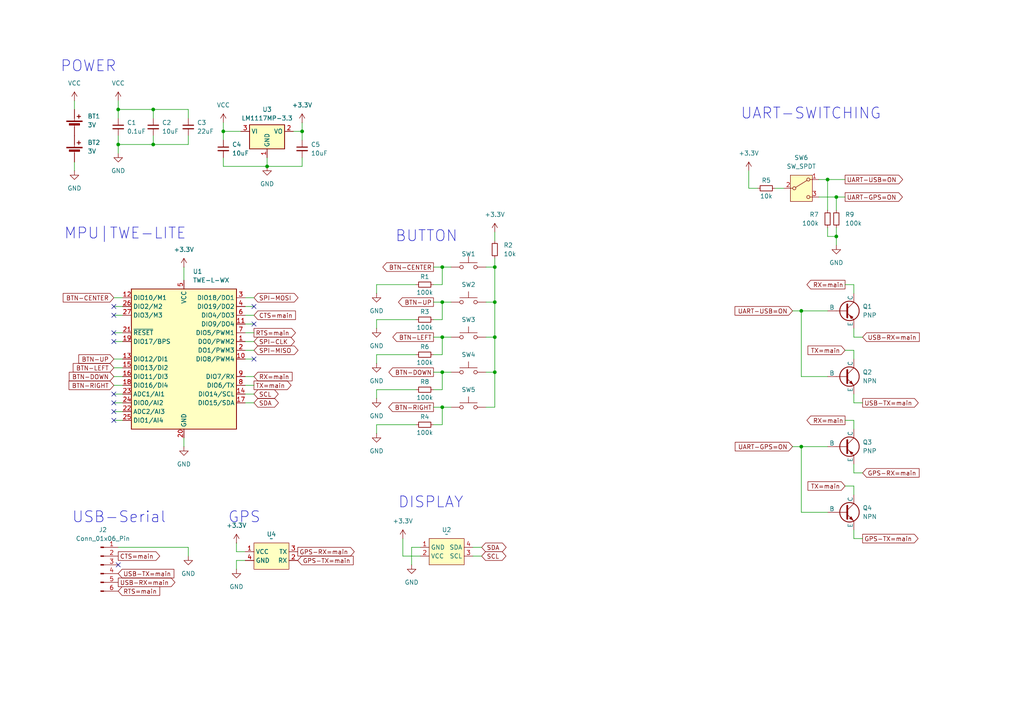
<source format=kicad_sch>
(kicad_sch (version 20231120) (generator "eeschema") (generator_version "8.0")
  (paper "A4")
  (lib_symbols
    (symbol "CanSat:Display-I2C"
      (property "Reference" "U" (at 0 1.27 0))
      (symbol "Display-I2C_1_1"
        (rectangle (start -5.08 0) (end 5.08 -7.62) (fill (type background)))
        (pin passive line (at -7.62 -2.54 0) (length 2.54) (name "GND") (number "1"))
        (pin passive line (at -7.62 -5.08 0) (length 2.54) (name "VCC") (number "2"))
        (pin passive line (at 7.62 -5.08 180) (length 2.54) (name "SCL") (number "3"))
        (pin passive line (at 7.62 -2.54 180) (length 2.54) (name "SDA") (number "4"))
      )
    )
    (symbol "CanSat:GY-NEO6MV2"
      (property "Reference" "U" (at 0 2.032 0))
      (symbol "GY-NEO6MV2_1_1"
        (rectangle (start -5.08 0) (end 5.08 -7.62) (fill (type background)))
        (pin passive line (at -7.62 -2.54 0) (length 2.54) (name "VCC") (number "1"))
        (pin passive line (at 7.62 -5.08 180) (length 2.54) (name "RX") (number "2"))
        (pin passive line (at 7.62 -2.54 180) (length 2.54) (name "TX") (number "3"))
        (pin passive line (at -7.62 -5.08 0) (length 2.54) (name "GND") (number "4"))
      )
    )
    (symbol "Connector:Conn_01x06_Pin" (pin_names (offset 1.016) hide)
      (property "Reference" "J" (at 0 7.62 0))
      (property "Value" "Conn_01x06_Pin" (at 0 -10.16 0))
      (symbol "Conn_01x06_Pin_1_1"
        (polyline (pts (xy 1.27 -7.62) (xy 0.8636 -7.62)) (stroke (width 0.1524)))
        (polyline (pts (xy 1.27 -5.08) (xy 0.8636 -5.08)) (stroke (width 0.1524)))
        (polyline (pts (xy 1.27 -2.54) (xy 0.8636 -2.54)) (stroke (width 0.1524)))
        (polyline (pts (xy 1.27 0) (xy 0.8636 0)) (stroke (width 0.1524)))
        (polyline (pts (xy 1.27 2.54) (xy 0.8636 2.54)) (stroke (width 0.1524)))
        (polyline (pts (xy 1.27 5.08) (xy 0.8636 5.08)) (stroke (width 0.1524)))
        (rectangle (start 0.8636 -7.493) (end 0 -7.747) (stroke (width 0.1524)) (fill (type outline)))
        (rectangle (start 0.8636 -4.953) (end 0 -5.207) (stroke (width 0.1524)) (fill (type outline)))
        (rectangle (start 0.8636 -2.413) (end 0 -2.667) (stroke (width 0.1524)) (fill (type outline)))
        (rectangle (start 0.8636 0.127) (end 0 -0.127) (stroke (width 0.1524)) (fill (type outline)))
        (rectangle (start 0.8636 2.667) (end 0 2.413) (stroke (width 0.1524)) (fill (type outline)))
        (rectangle (start 0.8636 5.207) (end 0 4.953) (stroke (width 0.1524)) (fill (type outline)))
        (pin passive line (at 5.08 5.08 180) (length 3.81) (name "Pin_1") (number "1"))
        (pin passive line (at 5.08 2.54 180) (length 3.81) (name "Pin_2") (number "2"))
        (pin passive line (at 5.08 0 180) (length 3.81) (name "Pin_3") (number "3"))
        (pin passive line (at 5.08 -2.54 180) (length 3.81) (name "Pin_4") (number "4"))
        (pin passive line (at 5.08 -5.08 180) (length 3.81) (name "Pin_5") (number "5"))
        (pin passive line (at 5.08 -7.62 180) (length 3.81) (name "Pin_6") (number "6"))
      )
    )
    (symbol "Device:Battery_Cell" (pin_numbers hide) (pin_names (offset 0) hide)
      (property "Reference" "BT" (at 2.54 2.54 0))
      (property "Value" "Battery_Cell" (at 2.54 0 0))
      (symbol "Battery_Cell_0_1"
        (rectangle (start -2.286 1.778) (end 2.286 1.524) (fill (type outline)))
        (rectangle (start -1.524 1.016) (end 1.524 0.508) (fill (type outline)))
        (polyline (pts (xy 0 0.762) (xy 0 0)))
        (polyline (pts (xy 0 1.778) (xy 0 2.54)))
        (polyline (pts (xy 0.762 3.048) (xy 1.778 3.048)) (stroke (width 0.254)))
        (polyline (pts (xy 1.27 3.556) (xy 1.27 2.54)) (stroke (width 0.254)))
      )
      (symbol "Battery_Cell_1_1"
        (pin passive line (at 0 5.08 270) (length 2.54) (name "+") (number "1"))
        (pin passive line (at 0 -2.54 90) (length 2.54) (name "-") (number "2"))
      )
    )
    (symbol "Device:C_Small" (pin_numbers hide) (pin_names (offset 0.254) hide)
      (property "Reference" "C" (at 0.254 1.778 0))
      (property "Value" "C_Small" (at 0.254 -2.032 0))
      (symbol "C_Small_0_1"
        (polyline (pts (xy -1.524 -0.508) (xy 1.524 -0.508)) (stroke (width 0.3302)))
        (polyline (pts (xy -1.524 0.508) (xy 1.524 0.508)) (stroke (width 0.3048)))
      )
      (symbol "C_Small_1_1"
        (pin passive line (at 0 2.54 270) (length 2.032) (name "~") (number "1"))
        (pin passive line (at 0 -2.54 90) (length 2.032) (name "~") (number "2"))
      )
    )
    (symbol "Device:R_Small" (pin_numbers hide) (pin_names (offset 0.254) hide)
      (property "Reference" "R" (at 0.762 0.508 0))
      (property "Value" "R_Small" (at 0.762 -1.016 0))
      (symbol "R_Small_0_1"
        (rectangle (start -0.762 1.778) (end 0.762 -1.778) (stroke (width 0.2032)))
      )
      (symbol "R_Small_1_1"
        (pin passive line (at 0 2.54 270) (length 0.762) (name "~") (number "1"))
        (pin passive line (at 0 -2.54 90) (length 0.762) (name "~") (number "2"))
      )
    )
    (symbol "RF_ZigBee:TWE-L-WX"
      (property "Reference" "U" (at -11.43 21.59 0))
      (property "Value" "TWE-L-WX" (at 7.62 21.59 0))
      (symbol "TWE-L-WX_1_0"
        (rectangle (start -15.24 -20.32) (end 15.24 20.32) (stroke (width 0.254)) (fill (type background)))
      )
      (symbol "TWE-L-WX_1_1"
        (pin output line (at 17.78 5.08 180) (length 2.54) (name "DO0/PWM2") (number "1"))
        (pin bidirectional line (at 17.78 0 180) (length 2.54) (name "DIO8/PWM4") (number "10"))
        (pin bidirectional line (at 17.78 10.16 180) (length 2.54) (name "DIO9/DO4") (number "11"))
        (pin bidirectional line (at -17.78 17.78 0) (length 2.54) (name "DIO10/M1") (number "12"))
        (pin bidirectional line (at -17.78 0 0) (length 2.54) (name "DIO12/DI1") (number "13"))
        (pin bidirectional line (at 17.78 -10.16 180) (length 2.54) (name "DIO14/SCL") (number "14"))
        (pin bidirectional line (at -17.78 -2.54 0) (length 2.54) (name "DIO13/DI2") (number "15"))
        (pin bidirectional line (at -17.78 -5.08 0) (length 2.54) (name "DIO11/DI3") (number "16"))
        (pin bidirectional line (at 17.78 -12.7 180) (length 2.54) (name "DIO15/SDA") (number "17"))
        (pin bidirectional line (at -17.78 -7.62 0) (length 2.54) (name "DIO16/DI4") (number "18"))
        (pin bidirectional line (at -17.78 5.08 0) (length 2.54) (name "DIO17/BPS") (number "19"))
        (pin bidirectional line (at 17.78 2.54 180) (length 2.54) (name "DO1/PWM3") (number "2"))
        (pin power_in line (at 0 -22.86 90) (length 2.54) (name "GND") (number "20"))
        (pin input line (at -17.78 7.62 0) (length 2.54) (name "~{RESET}") (number "21"))
        (pin input line (at -17.78 -15.24 0) (length 2.54) (name "ADC2/AI3") (number "22"))
        (pin input line (at -17.78 -10.16 0) (length 2.54) (name "ADC1/AI1") (number "23"))
        (pin bidirectional line (at -17.78 -12.7 0) (length 2.54) (name "DIO0/AI2") (number "24"))
        (pin bidirectional line (at -17.78 -17.78 0) (length 2.54) (name "DIO1/AI4") (number "25"))
        (pin bidirectional line (at -17.78 15.24 0) (length 2.54) (name "DIO2/M2") (number "26"))
        (pin bidirectional line (at -17.78 12.7 0) (length 2.54) (name "DIO3/M3") (number "27"))
        (pin passive line (at 0 -22.86 90) (length 2.54) hide (name "GND") (number "28"))
        (pin no_connect line (at 15.24 -17.78 180) (length 2.54) hide (name "NC") (number "29"))
        (pin bidirectional line (at 17.78 17.78 180) (length 2.54) (name "DIO18/DO1") (number "3"))
        (pin passive line (at 0 -22.86 90) (length 2.54) hide (name "GND") (number "30"))
        (pin passive line (at 0 -22.86 90) (length 2.54) hide (name "GND") (number "31"))
        (pin passive line (at 0 -22.86 90) (length 2.54) hide (name "GND") (number "32"))
        (pin bidirectional line (at 17.78 15.24 180) (length 2.54) (name "DIO19/DO2") (number "4"))
        (pin power_in line (at 0 22.86 270) (length 2.54) (name "VCC") (number "5"))
        (pin bidirectional line (at 17.78 12.7 180) (length 2.54) (name "DIO4/DO3") (number "6"))
        (pin bidirectional line (at 17.78 7.62 180) (length 2.54) (name "DIO5/PWM1") (number "7"))
        (pin bidirectional line (at 17.78 -7.62 180) (length 2.54) (name "DIO6/TX") (number "8"))
        (pin bidirectional line (at 17.78 -5.08 180) (length 2.54) (name "DIO7/RX") (number "9"))
      )
    )
    (symbol "Regulator_Linear:LM1117MP-3.3"
      (property "Reference" "U" (at -3.81 3.175 0))
      (property "Value" "LM1117MP-3.3" (at 0 3.175 0))
      (symbol "LM1117MP-3.3_0_1"
        (rectangle (start -5.08 -5.08) (end 5.08 1.905) (stroke (width 0.254)) (fill (type background)))
      )
      (symbol "LM1117MP-3.3_1_1"
        (pin power_in line (at 0 -7.62 90) (length 2.54) (name "GND") (number "1"))
        (pin power_out line (at 7.62 0 180) (length 2.54) (name "VO") (number "2"))
        (pin power_in line (at -7.62 0 0) (length 2.54) (name "VI") (number "3"))
      )
    )
    (symbol "Simulation_SPICE:NPN" (pin_numbers hide) (pin_names (offset 0))
      (property "Reference" "Q" (at -2.54 7.62 0))
      (property "Value" "NPN" (at -2.54 5.08 0))
      (symbol "NPN_0_1"
        (polyline (pts (xy -2.54 0) (xy 0.635 0)) (stroke (width 0.1524)))
        (polyline (pts (xy 0.635 0.635) (xy 2.54 2.54)))
        (polyline (pts (xy 2.794 -1.27) (xy 2.794 -1.27)) (stroke (width 0.1524)))
        (polyline (pts (xy 2.794 -1.27) (xy 2.794 -1.27)) (stroke (width 0.1524)))
        (polyline (pts (xy 0.635 -0.635) (xy 2.54 -2.54) (xy 2.54 -2.54)))
        (polyline (pts (xy 0.635 1.905) (xy 0.635 -1.905) (xy 0.635 -1.905)) (stroke (width 0.508)))
        (polyline (pts (xy 1.27 -1.778) (xy 1.778 -1.27) (xy 2.286 -2.286) (xy 1.27 -1.778) (xy 1.27 -1.778)) (fill (type outline)))
        (circle (center 1.27 0) (radius 2.8194) (stroke (width 0.254)))
      )
      (symbol "NPN_1_1"
        (pin open_collector line (at 2.54 5.08 270) (length 2.54) (name "C") (number "1"))
        (pin input line (at -5.08 0 0) (length 2.54) (name "B") (number "2"))
        (pin open_emitter line (at 2.54 -5.08 90) (length 2.54) (name "E") (number "3"))
      )
    )
    (symbol "Simulation_SPICE:PNP" (pin_numbers hide) (pin_names (offset 0))
      (property "Reference" "Q" (at -2.54 7.62 0))
      (property "Value" "PNP" (at -2.54 5.08 0))
      (symbol "PNP_0_1"
        (polyline (pts (xy -2.54 0) (xy 0.635 0)) (stroke (width 0.1524)))
        (polyline (pts (xy 0.635 0.635) (xy 2.54 2.54)))
        (polyline (pts (xy 0.635 -0.635) (xy 2.54 -2.54) (xy 2.54 -2.54)))
        (polyline (pts (xy 0.635 1.905) (xy 0.635 -1.905) (xy 0.635 -1.905)) (stroke (width 0.508)))
        (polyline (pts (xy 2.286 -1.778) (xy 1.778 -2.286) (xy 1.27 -1.27) (xy 2.286 -1.778) (xy 2.286 -1.778)) (fill (type outline)))
        (circle (center 1.27 0) (radius 2.8194) (stroke (width 0.254)))
      )
      (symbol "PNP_1_1"
        (pin open_collector line (at 2.54 5.08 270) (length 2.54) (name "C") (number "1"))
        (pin input line (at -5.08 0 0) (length 2.54) (name "B") (number "2"))
        (pin open_emitter line (at 2.54 -5.08 90) (length 2.54) (name "E") (number "3"))
      )
    )
    (symbol "Switch:SW_Push" (pin_numbers hide) (pin_names (offset 1.016) hide)
      (property "Reference" "SW" (at 1.27 2.54 0))
      (property "Value" "SW_Push" (at 0 -1.524 0))
      (symbol "SW_Push_0_1"
        (circle (center -2.032 0) (radius 0.508))
        (polyline (pts (xy 0 1.27) (xy 0 3.048)))
        (polyline (pts (xy 2.54 1.27) (xy -2.54 1.27)))
        (circle (center 2.032 0) (radius 0.508))
        (pin passive line (at -5.08 0 0) (length 2.54) (name "1") (number "1"))
        (pin passive line (at 5.08 0 180) (length 2.54) (name "2") (number "2"))
      )
    )
    (symbol "Switch:SW_SPDT" (pin_names (offset 0) hide)
      (property "Reference" "SW" (at 0 5.08 0))
      (property "Value" "SW_SPDT" (at 0 -5.08 0))
      (symbol "SW_SPDT_0_1"
        (circle (center -2.032 0) (radius 0.4572))
        (polyline (pts (xy -1.651 0.254) (xy 1.651 2.286)))
        (circle (center 2.032 -2.54) (radius 0.4572))
        (circle (center 2.032 2.54) (radius 0.4572))
      )
      (symbol "SW_SPDT_1_1"
        (rectangle (start -3.175 3.81) (end 3.175 -3.81) (fill (type background)))
        (pin passive line (at 5.08 2.54 180) (length 2.54) (name "A") (number "1"))
        (pin passive line (at -5.08 0 0) (length 2.54) (name "B") (number "2"))
        (pin passive line (at 5.08 -2.54 180) (length 2.54) (name "C") (number "3"))
      )
    )
    (symbol "power:+3.3V" (power) (pin_numbers hide) (pin_names (offset 0) hide)
      (property "Value" "+3.3V" (at 0 3.556 0))
      (symbol "+3.3V_0_1"
        (polyline (pts (xy -0.762 1.27) (xy 0 2.54)))
        (polyline (pts (xy 0 0) (xy 0 2.54)))
        (polyline (pts (xy 0 2.54) (xy 0.762 1.27)))
      )
      (symbol "+3.3V_1_1"
        (pin power_in line (at 0 0 90) (length 0) (name "~") (number "1"))
      )
    )
    (symbol "power:GND" (power) (pin_numbers hide) (pin_names (offset 0) hide)
      (property "Value" "GND" (at 0 -3.81 0))
      (symbol "GND_0_1"
        (polyline (pts (xy 0 0) (xy 0 -1.27) (xy 1.27 -1.27) (xy 0 -2.54) (xy -1.27 -1.27) (xy 0 -1.27)))
      )
      (symbol "GND_1_1"
        (pin power_in line (at 0 0 270) (length 0) (name "~") (number "1"))
      )
    )
    (symbol "power:VCC" (power) (pin_numbers hide) (pin_names (offset 0) hide)
      (property "Value" "VCC" (at 0 3.556 0))
      (symbol "VCC_0_1"
        (polyline (pts (xy -0.762 1.27) (xy 0 2.54)))
        (polyline (pts (xy 0 0) (xy 0 2.54)))
        (polyline (pts (xy 0 2.54) (xy 0.762 1.27)))
      )
      (symbol "VCC_1_1"
        (pin power_in line (at 0 0 90) (length 0) (name "~") (number "1"))
      )
    )
  )
  (junction (at 34.29 31.75))
  (junction (at 232.41 129.54))
  (junction (at 128.27 107.95))
  (junction (at 143.51 87.63))
  (junction (at 232.41 90.17))
  (junction (at 240.03 52.07))
  (junction (at 143.51 107.95))
  (junction (at 128.27 97.79))
  (junction (at 34.29 41.91))
  (junction (at 87.63 38.1))
  (junction (at 242.57 68.58))
  (junction (at 128.27 77.47))
  (junction (at 242.57 57.15))
  (junction (at 143.51 97.79))
  (junction (at 44.45 41.91))
  (junction (at 64.77 38.1))
  (junction (at 77.47 48.26))
  (junction (at 143.51 77.47))
  (junction (at 44.45 31.75))
  (junction (at 128.27 87.63))
  (junction (at 128.27 118.11))
  (no_connect (at 73.66 93.98))
  (no_connect (at 33.02 88.9))
  (no_connect (at 34.29 163.83))
  (no_connect (at 33.02 96.52))
  (no_connect (at 33.02 119.38))
  (no_connect (at 33.02 114.3))
  (no_connect (at 33.02 91.44))
  (no_connect (at 33.02 121.92))
  (no_connect (at 33.02 116.84))
  (no_connect (at 73.66 104.14))
  (no_connect (at 73.66 88.9))
  (no_connect (at 33.02 99.06))
  (wire (pts (xy 140.97 107.95) (xy 143.51 107.95)))
  (wire (pts (xy 54.61 39.37) (xy 54.61 41.91)))
  (wire (pts (xy 137.16 161.29) (xy 139.7 161.29)))
  (wire (pts (xy 125.73 87.63) (xy 128.27 87.63)))
  (wire (pts (xy 232.41 109.22) (xy 232.41 90.17)))
  (wire (pts (xy 125.73 77.47) (xy 128.27 77.47)))
  (wire (pts (xy 247.65 101.6) (xy 247.65 104.14)))
  (wire (pts (xy 21.59 46.99) (xy 21.59 49.53)))
  (wire (pts (xy 125.73 118.11) (xy 128.27 118.11)))
  (wire (pts (xy 247.65 82.55) (xy 247.65 85.09)))
  (wire (pts (xy 121.92 158.75) (xy 119.38 158.75)))
  (wire (pts (xy 71.12 109.22) (xy 73.66 109.22)))
  (wire (pts (xy 224.79 54.61) (xy 227.33 54.61)))
  (wire (pts (xy 242.57 68.58) (xy 242.57 71.12)))
  (wire (pts (xy 128.27 87.63) (xy 130.81 87.63)))
  (wire (pts (xy 128.27 118.11) (xy 128.27 123.19)))
  (wire (pts (xy 247.65 137.16) (xy 250.19 137.16)))
  (wire (pts (xy 143.51 87.63) (xy 143.51 97.79)))
  (wire (pts (xy 34.29 31.75) (xy 44.45 31.75)))
  (wire (pts (xy 71.12 162.56) (xy 68.58 162.56)))
  (wire (pts (xy 247.65 95.25) (xy 247.65 97.79)))
  (wire (pts (xy 143.51 107.95) (xy 143.51 118.11)))
  (wire (pts (xy 125.73 123.19) (xy 128.27 123.19)))
  (wire (pts (xy 109.22 102.87) (xy 120.65 102.87)))
  (wire (pts (xy 34.29 31.75) (xy 34.29 34.29)))
  (wire (pts (xy 245.11 82.55) (xy 247.65 82.55)))
  (wire (pts (xy 109.22 113.03) (xy 120.65 113.03)))
  (wire (pts (xy 71.12 101.6) (xy 73.66 101.6)))
  (wire (pts (xy 33.02 119.38) (xy 35.56 119.38)))
  (wire (pts (xy 217.17 54.61) (xy 219.71 54.61)))
  (wire (pts (xy 140.97 97.79) (xy 143.51 97.79)))
  (wire (pts (xy 143.51 74.93) (xy 143.51 77.47)))
  (wire (pts (xy 217.17 49.53) (xy 217.17 54.61)))
  (wire (pts (xy 128.27 87.63) (xy 128.27 92.71)))
  (wire (pts (xy 232.41 129.54) (xy 240.03 129.54)))
  (wire (pts (xy 109.22 85.09) (xy 109.22 82.55)))
  (wire (pts (xy 229.87 129.54) (xy 232.41 129.54)))
  (wire (pts (xy 247.65 97.79) (xy 250.19 97.79)))
  (wire (pts (xy 237.49 52.07) (xy 240.03 52.07)))
  (wire (pts (xy 33.02 114.3) (xy 35.56 114.3)))
  (wire (pts (xy 143.51 97.79) (xy 143.51 107.95)))
  (wire (pts (xy 68.58 157.48) (xy 68.58 160.02)))
  (wire (pts (xy 73.66 93.98) (xy 71.12 93.98)))
  (wire (pts (xy 34.29 158.75) (xy 54.61 158.75)))
  (wire (pts (xy 35.56 91.44) (xy 33.02 91.44)))
  (wire (pts (xy 240.03 52.07) (xy 240.03 60.96)))
  (wire (pts (xy 125.73 107.95) (xy 128.27 107.95)))
  (wire (pts (xy 109.22 95.25) (xy 109.22 92.71)))
  (wire (pts (xy 64.77 38.1) (xy 64.77 40.64)))
  (wire (pts (xy 242.57 57.15) (xy 242.57 60.96)))
  (wire (pts (xy 242.57 68.58) (xy 242.57 66.04)))
  (wire (pts (xy 33.02 111.76) (xy 35.56 111.76)))
  (wire (pts (xy 119.38 158.75) (xy 119.38 163.83)))
  (wire (pts (xy 73.66 88.9) (xy 71.12 88.9)))
  (wire (pts (xy 33.02 99.06) (xy 35.56 99.06)))
  (wire (pts (xy 128.27 118.11) (xy 130.81 118.11)))
  (wire (pts (xy 245.11 101.6) (xy 247.65 101.6)))
  (wire (pts (xy 137.16 158.75) (xy 139.7 158.75)))
  (wire (pts (xy 54.61 158.75) (xy 54.61 161.29)))
  (wire (pts (xy 33.02 104.14) (xy 35.56 104.14)))
  (wire (pts (xy 77.47 48.26) (xy 87.63 48.26)))
  (wire (pts (xy 71.12 96.52) (xy 73.66 96.52)))
  (wire (pts (xy 240.03 52.07) (xy 245.11 52.07)))
  (wire (pts (xy 44.45 31.75) (xy 44.45 34.29)))
  (wire (pts (xy 247.65 121.92) (xy 247.65 124.46)))
  (wire (pts (xy 247.65 116.84) (xy 250.19 116.84)))
  (wire (pts (xy 35.56 109.22) (xy 33.02 109.22)))
  (wire (pts (xy 71.12 91.44) (xy 73.66 91.44)))
  (wire (pts (xy 71.12 111.76) (xy 73.66 111.76)))
  (wire (pts (xy 85.09 38.1) (xy 87.63 38.1)))
  (wire (pts (xy 34.29 41.91) (xy 34.29 44.45)))
  (wire (pts (xy 125.73 92.71) (xy 128.27 92.71)))
  (wire (pts (xy 229.87 90.17) (xy 232.41 90.17)))
  (wire (pts (xy 140.97 77.47) (xy 143.51 77.47)))
  (wire (pts (xy 33.02 106.68) (xy 35.56 106.68)))
  (wire (pts (xy 64.77 45.72) (xy 64.77 48.26)))
  (wire (pts (xy 77.47 45.72) (xy 77.47 48.26)))
  (wire (pts (xy 33.02 96.52) (xy 35.56 96.52)))
  (wire (pts (xy 71.12 86.36) (xy 73.66 86.36)))
  (wire (pts (xy 247.65 153.67) (xy 247.65 156.21)))
  (wire (pts (xy 242.57 57.15) (xy 245.11 57.15)))
  (wire (pts (xy 125.73 102.87) (xy 128.27 102.87)))
  (wire (pts (xy 240.03 68.58) (xy 242.57 68.58)))
  (wire (pts (xy 237.49 57.15) (xy 242.57 57.15)))
  (wire (pts (xy 128.27 107.95) (xy 128.27 113.03)))
  (wire (pts (xy 232.41 148.59) (xy 240.03 148.59)))
  (wire (pts (xy 128.27 77.47) (xy 128.27 82.55)))
  (wire (pts (xy 64.77 48.26) (xy 77.47 48.26)))
  (wire (pts (xy 128.27 97.79) (xy 130.81 97.79)))
  (wire (pts (xy 125.73 113.03) (xy 128.27 113.03)))
  (wire (pts (xy 71.12 160.02) (xy 68.58 160.02)))
  (wire (pts (xy 33.02 88.9) (xy 35.56 88.9)))
  (wire (pts (xy 245.11 121.92) (xy 247.65 121.92)))
  (wire (pts (xy 125.73 97.79) (xy 128.27 97.79)))
  (wire (pts (xy 71.12 104.14) (xy 73.66 104.14)))
  (wire (pts (xy 44.45 41.91) (xy 34.29 41.91)))
  (wire (pts (xy 128.27 107.95) (xy 130.81 107.95)))
  (wire (pts (xy 71.12 116.84) (xy 73.66 116.84)))
  (wire (pts (xy 125.73 82.55) (xy 128.27 82.55)))
  (wire (pts (xy 247.65 140.97) (xy 247.65 143.51)))
  (wire (pts (xy 35.56 116.84) (xy 33.02 116.84)))
  (wire (pts (xy 140.97 87.63) (xy 143.51 87.63)))
  (wire (pts (xy 68.58 162.56) (xy 68.58 165.1)))
  (wire (pts (xy 87.63 38.1) (xy 87.63 40.64)))
  (wire (pts (xy 87.63 45.72) (xy 87.63 48.26)))
  (wire (pts (xy 143.51 77.47) (xy 143.51 87.63)))
  (wire (pts (xy 247.65 114.3) (xy 247.65 116.84)))
  (wire (pts (xy 109.22 82.55) (xy 120.65 82.55)))
  (wire (pts (xy 87.63 35.56) (xy 87.63 38.1)))
  (wire (pts (xy 34.29 31.75) (xy 34.29 29.21)))
  (wire (pts (xy 116.84 161.29) (xy 121.92 161.29)))
  (wire (pts (xy 116.84 156.21) (xy 116.84 161.29)))
  (wire (pts (xy 232.41 148.59) (xy 232.41 129.54)))
  (wire (pts (xy 35.56 121.92) (xy 33.02 121.92)))
  (wire (pts (xy 21.59 29.21) (xy 21.59 31.75)))
  (wire (pts (xy 53.34 127) (xy 53.34 129.54)))
  (wire (pts (xy 232.41 109.22) (xy 240.03 109.22)))
  (wire (pts (xy 245.11 140.97) (xy 247.65 140.97)))
  (wire (pts (xy 109.22 105.41) (xy 109.22 102.87)))
  (wire (pts (xy 54.61 34.29) (xy 54.61 31.75)))
  (wire (pts (xy 71.12 99.06) (xy 73.66 99.06)))
  (wire (pts (xy 109.22 92.71) (xy 120.65 92.71)))
  (wire (pts (xy 143.51 67.31) (xy 143.51 69.85)))
  (wire (pts (xy 33.02 86.36) (xy 35.56 86.36)))
  (wire (pts (xy 240.03 66.04) (xy 240.03 68.58)))
  (wire (pts (xy 109.22 123.19) (xy 120.65 123.19)))
  (wire (pts (xy 64.77 38.1) (xy 69.85 38.1)))
  (wire (pts (xy 44.45 39.37) (xy 44.45 41.91)))
  (wire (pts (xy 34.29 39.37) (xy 34.29 41.91)))
  (wire (pts (xy 44.45 31.75) (xy 54.61 31.75)))
  (wire (pts (xy 128.27 77.47) (xy 130.81 77.47)))
  (wire (pts (xy 128.27 97.79) (xy 128.27 102.87)))
  (wire (pts (xy 64.77 35.56) (xy 64.77 38.1)))
  (wire (pts (xy 53.34 77.47) (xy 53.34 81.28)))
  (wire (pts (xy 140.97 118.11) (xy 143.51 118.11)))
  (wire (pts (xy 232.41 90.17) (xy 240.03 90.17)))
  (wire (pts (xy 109.22 125.73) (xy 109.22 123.19)))
  (wire (pts (xy 71.12 114.3) (xy 73.66 114.3)))
  (wire (pts (xy 247.65 156.21) (xy 250.19 156.21)))
  (wire (pts (xy 54.61 41.91) (xy 44.45 41.91)))
  (wire (pts (xy 247.65 134.62) (xy 247.65 137.16)))
  (wire (pts (xy 109.22 115.57) (xy 109.22 113.03)))
  (text "DISPLAY" (at 124.968 145.796 0) (effects (font (size 3.175 3.175))))
  (text "MPU|TWE-LITE" (at 36.322 67.818 0) (effects (font (size 3.175 3.175))))
  (text "USB-Serial" (at 34.544 150.114 0) (effects (font (size 3.175 3.175))))
  (text "BUTTON" (at 123.698 68.58 0) (effects (font (size 3.175 3.175))))
  (text "POWER" (at 25.654 19.304 0) (effects (font (size 3.175 3.175))))
  (text "UART-SWITCHING" (at 235.204 33.02 0) (effects (font (size 3.175 3.175))))
  (text "GPS" (at 70.866 150.114 0) (effects (font (size 3.175 3.175))))
  (global_label "GPS-RX=main" (shape output) (at 86.36 160.02 0) (property "Intersheetrefs" "${INTERSHEET_REFS}" (effects (hide yes))))
  (global_label "UART-USB=ON" (shape output) (at 245.11 52.07 0) (property "Intersheetrefs" "${INTERSHEET_REFS}" (effects (hide yes))))
  (global_label "RX=main" (shape output) (at 245.11 121.92 180) (property "Intersheetrefs" "${INTERSHEET_REFS}" (effects (hide yes))))
  (global_label "BTN-CENTER" (shape input) (at 33.02 86.36 180) (property "Intersheetrefs" "${INTERSHEET_REFS}" (effects (hide yes))))
  (global_label "BTN-UP" (shape output) (at 125.73 87.63 180) (property "Intersheetrefs" "${INTERSHEET_REFS}" (effects (hide yes))))
  (global_label "SDA" (shape bidirectional) (at 139.7 158.75 0) (property "Intersheetrefs" "${INTERSHEET_REFS}" (effects (hide yes))))
  (global_label "BTN-RIGHT" (shape output) (at 125.73 118.11 180) (property "Intersheetrefs" "${INTERSHEET_REFS}" (effects (hide yes))))
  (global_label "RX=main" (shape input) (at 73.66 109.22 0) (property "Intersheetrefs" "${INTERSHEET_REFS}" (effects (hide yes))))
  (global_label "UART-GPS=ON" (shape input) (at 229.87 129.54 180) (property "Intersheetrefs" "${INTERSHEET_REFS}" (effects (hide yes))))
  (global_label "BTN-LEFT" (shape output) (at 125.73 97.79 180) (property "Intersheetrefs" "${INTERSHEET_REFS}" (effects (hide yes))))
  (global_label "CTS=main" (shape output) (at 34.29 161.29 0) (property "Intersheetrefs" "${INTERSHEET_REFS}" (effects (hide yes))))
  (global_label "USB-TX=main" (shape output) (at 250.19 116.84 0) (property "Intersheetrefs" "${INTERSHEET_REFS}" (effects (hide yes))))
  (global_label "BTN-LEFT" (shape input) (at 33.02 106.68 180) (property "Intersheetrefs" "${INTERSHEET_REFS}" (effects (hide yes))))
  (global_label "USB-TX=main" (shape input) (at 34.29 166.37 0) (property "Intersheetrefs" "${INTERSHEET_REFS}" (effects (hide yes))))
  (global_label "UART-USB=ON" (shape input) (at 229.87 90.17 180) (property "Intersheetrefs" "${INTERSHEET_REFS}" (effects (hide yes))))
  (global_label "SPI-MISO" (shape bidirectional) (at 73.66 101.6 0) (property "Intersheetrefs" "${INTERSHEET_REFS}" (effects (hide yes))))
  (global_label "SPI-MOSI" (shape bidirectional) (at 73.66 86.36 0) (property "Intersheetrefs" "${INTERSHEET_REFS}" (effects (hide yes))))
  (global_label "SPI-CLK" (shape bidirectional) (at 73.66 99.06 0) (property "Intersheetrefs" "${INTERSHEET_REFS}" (effects (hide yes))))
  (global_label "CTS=main" (shape input) (at 73.66 91.44 0) (property "Intersheetrefs" "${INTERSHEET_REFS}" (effects (hide yes))))
  (global_label "GPS-RX=main" (shape input) (at 250.19 137.16 0) (property "Intersheetrefs" "${INTERSHEET_REFS}" (effects (hide yes))))
  (global_label "RX=main" (shape output) (at 245.11 82.55 180) (property "Intersheetrefs" "${INTERSHEET_REFS}" (effects (hide yes))))
  (global_label "BTN-RIGHT" (shape input) (at 33.02 111.76 180) (property "Intersheetrefs" "${INTERSHEET_REFS}" (effects (hide yes))))
  (global_label "SDA" (shape bidirectional) (at 73.66 116.84 0) (property "Intersheetrefs" "${INTERSHEET_REFS}" (effects (hide yes))))
  (global_label "USB-RX=main" (shape output) (at 34.29 168.91 0) (property "Intersheetrefs" "${INTERSHEET_REFS}" (effects (hide yes))))
  (global_label "RTS=main" (shape output) (at 73.66 96.52 0) (property "Intersheetrefs" "${INTERSHEET_REFS}" (effects (hide yes))))
  (global_label "BTN-DOWN" (shape input) (at 33.02 109.22 180) (property "Intersheetrefs" "${INTERSHEET_REFS}" (effects (hide yes))))
  (global_label "BTN-CENTER" (shape output) (at 125.73 77.47 180) (property "Intersheetrefs" "${INTERSHEET_REFS}" (effects (hide yes))))
  (global_label "GPS-TX=main" (shape input) (at 86.36 162.56 0) (property "Intersheetrefs" "${INTERSHEET_REFS}" (effects (hide yes))))
  (global_label "BTN-UP" (shape input) (at 33.02 104.14 180) (property "Intersheetrefs" "${INTERSHEET_REFS}" (effects (hide yes))))
  (global_label "USB-RX=main" (shape input) (at 250.19 97.79 0) (property "Intersheetrefs" "${INTERSHEET_REFS}" (effects (hide yes))))
  (global_label "GPS-TX=main" (shape output) (at 250.19 156.21 0) (property "Intersheetrefs" "${INTERSHEET_REFS}" (effects (hide yes))))
  (global_label "TX=main" (shape output) (at 73.66 111.76 0) (property "Intersheetrefs" "${INTERSHEET_REFS}" (effects (hide yes))))
  (global_label "TX=main" (shape input) (at 245.11 101.6 180) (property "Intersheetrefs" "${INTERSHEET_REFS}" (effects (hide yes))))
  (global_label "SCL" (shape bidirectional) (at 73.66 114.3 0) (property "Intersheetrefs" "${INTERSHEET_REFS}" (effects (hide yes))))
  (global_label "RTS=main" (shape input) (at 34.29 171.45 0) (property "Intersheetrefs" "${INTERSHEET_REFS}" (effects (hide yes))))
  (global_label "BTN-DOWN" (shape output) (at 125.73 107.95 180) (property "Intersheetrefs" "${INTERSHEET_REFS}" (effects (hide yes))))
  (global_label "TX=main" (shape input) (at 245.11 140.97 180) (property "Intersheetrefs" "${INTERSHEET_REFS}" (effects (hide yes))))
  (global_label "UART-GPS=ON" (shape output) (at 245.11 57.15 0) (property "Intersheetrefs" "${INTERSHEET_REFS}" (effects (hide yes))))
  (global_label "SCL" (shape bidirectional) (at 139.7 161.29 0) (property "Intersheetrefs" "${INTERSHEET_REFS}" (effects (hide yes))))
  (symbol (lib_id "power:+3.3V") (at 116.84 156.21 0) (unit 1)
    (property "Reference" "#PWR08" (effects (hide yes)))
    (property "Value" "+3.3V" (at 116.84 151.13 0))
    (property "Description" "Power symbol creates a global label with name \"+3.3V\"" (effects (hide yes)))
  )
  (symbol (lib_id "Device:Battery_Cell") (at 21.59 44.45 0) (unit 1)
    (property "Reference" "BT2" (at 25.4 41.3385 0) (effects (justify left)))
    (property "Value" "3V" (at 25.4 43.8785 0) (effects (justify left)))
    (property "Description" "Single-cell battery" (effects (hide yes)))
  )
  (symbol (lib_id "Device:R_Small") (at 222.25 54.61 90) (unit 1)
    (property "Reference" "R5" (at 222.25 52.324 90))
    (property "Value" "10k" (at 222.25 56.896 90))
    (property "Description" "Resistor, small symbol" (effects (hide yes)))
  )
  (symbol (lib_id "power:GND") (at 68.58 165.1 0) (mirror y) (unit 1)
    (property "Reference" "#PWR020" (effects (hide yes)))
    (property "Value" "GND" (at 68.58 170.18 0))
    (property "Description" "Power symbol creates a global label with name \"GND\" , ground" (effects (hide yes)))
  )
  (symbol (lib_id "Simulation_SPICE:PNP") (at 245.11 90.17 0) (unit 1)
    (property "Reference" "Q1" (at 250.19 88.8999 0) (effects (justify left)))
    (property "Value" "PNP" (at 250.19 91.4399 0) (effects (justify left)))
    (property "Datasheet" "https://ngspice.sourceforge.io/docs/ngspice-html-manual/manual.xhtml#cha_BJTs" (effects (hide yes)))
    (property "Description" "Bipolar transistor symbol for simulation only, substrate tied to the emitter" (effects (hide yes)))
    (property "Sim.Device" "PNP" (effects (hide yes)))
    (property "Sim.Type" "GUMMELPOON" (effects (hide yes)))
    (property "Sim.Pins" "1=C 2=B 3=E" (effects (hide yes)))
  )
  (symbol (lib_id "power:+3.3V") (at 143.51 67.31 0) (unit 1)
    (property "Reference" "#PWR02" (effects (hide yes)))
    (property "Value" "+3.3V" (at 143.51 62.23 0))
    (property "Description" "Power symbol creates a global label with name \"+3.3V\"" (effects (hide yes)))
  )
  (symbol (lib_id "RF_ZigBee:TWE-L-WX") (at 53.34 104.14 0) (unit 1)
    (property "Reference" "U1" (at 55.9215 78.74 0) (effects (justify left)))
    (property "Value" "TWE-L-WX" (at 55.9215 81.28 0) (effects (justify left)))
    (property "Footprint" "RF_Module:MonoWireless_TWE-L-WX" (effects (hide yes)))
    (property "Datasheet" "https://www.mono-wireless.com/jp/products/TWE-LITE/MW-PDS-TWELITE-JP.pdf" (effects (hide yes)))
    (property "Description" "NXP JN5164/JN5169 breakout module, SMD" (effects (hide yes)))
  )
  (symbol (lib_id "Device:Battery_Cell") (at 21.59 36.83 0) (unit 1)
    (property "Reference" "BT1" (at 25.4 33.7185 0) (effects (justify left)))
    (property "Value" "3V" (at 25.4 36.2585 0) (effects (justify left)))
    (property "Description" "Single-cell battery" (effects (hide yes)))
  )
  (symbol (lib_id "CanSat:GY-NEO6MV2") (at 78.74 157.48 0) (unit 1)
    (property "Reference" "U4" (at 78.74 154.94 0))
    (property "Value" "~" (at 78.74 156.21 0))
  )
  (symbol (lib_id "Device:R_Small") (at 240.03 63.5 0) (mirror y) (unit 1)
    (property "Reference" "R7" (at 237.49 62.23 0) (effects (justify left)))
    (property "Value" "100k" (at 237.49 64.77 0) (effects (justify left)))
    (property "Description" "Resistor, small symbol" (effects (hide yes)))
  )
  (symbol (lib_id "power:GND") (at 109.22 125.73 0) (unit 1)
    (property "Reference" "#PWR012" (effects (hide yes)))
    (property "Value" "GND" (at 109.22 130.81 0))
    (property "Description" "Power symbol creates a global label with name \"GND\" , ground" (effects (hide yes)))
  )
  (symbol (lib_id "Device:R_Small") (at 123.19 113.03 90) (unit 1)
    (property "Reference" "R8" (at 123.19 110.744 90))
    (property "Value" "100k" (at 123.19 115.316 90))
    (property "Description" "Resistor, small symbol" (effects (hide yes)))
  )
  (symbol (lib_id "power:+3.3V") (at 87.63 35.56 0) (unit 1)
    (property "Reference" "#PWR018" (effects (hide yes)))
    (property "Value" "+3.3V" (at 87.63 30.48 0))
    (property "Description" "Power symbol creates a global label with name \"+3.3V\"" (effects (hide yes)))
  )
  (symbol (lib_id "Switch:SW_Push") (at 135.89 97.79 0) (unit 1)
    (property "Reference" "SW3" (at 135.89 92.71 0))
    (property "Value" "SW_Push" (effects (hide yes)))
    (property "Description" "Push button switch, generic, two pins" (effects (hide yes)))
  )
  (symbol (lib_id "power:+3.3V") (at 68.58 157.48 0) (unit 1)
    (property "Reference" "#PWR014" (effects (hide yes)))
    (property "Value" "+3.3V" (at 68.58 152.4 0))
    (property "Description" "Power symbol creates a global label with name \"+3.3V\"" (effects (hide yes)))
  )
  (symbol (lib_id "power:+3.3V") (at 217.17 49.53 0) (unit 1)
    (property "Reference" "#PWR021" (effects (hide yes)))
    (property "Value" "+3.3V" (at 217.17 44.45 0))
    (property "Description" "Power symbol creates a global label with name \"+3.3V\"" (effects (hide yes)))
  )
  (symbol (lib_id "Switch:SW_SPDT") (at 232.41 54.61 0) (unit 1)
    (property "Reference" "SW6" (at 232.41 45.72 0))
    (property "Value" "SW_SPDT" (at 232.41 48.26 0))
    (property "Description" "Switch, single pole double throw" (effects (hide yes)))
  )
  (symbol (lib_id "Switch:SW_Push") (at 135.89 118.11 0) (unit 1)
    (property "Reference" "SW5" (at 135.89 113.03 0))
    (property "Value" "SW_Push" (effects (hide yes)))
    (property "Description" "Push button switch, generic, two pins" (effects (hide yes)))
  )
  (symbol (lib_id "Simulation_SPICE:NPN") (at 245.11 148.59 0) (unit 1)
    (property "Reference" "Q4" (at 250.19 147.3199 0) (effects (justify left)))
    (property "Value" "NPN" (at 250.19 149.8599 0) (effects (justify left)))
    (property "Datasheet" "https://ngspice.sourceforge.io/docs/ngspice-html-manual/manual.xhtml#cha_BJTs" (effects (hide yes)))
    (property "Description" "Bipolar transistor symbol for simulation only, substrate tied to the emitter" (effects (hide yes)))
    (property "Sim.Device" "NPN" (effects (hide yes)))
    (property "Sim.Type" "GUMMELPOON" (effects (hide yes)))
    (property "Sim.Pins" "1=C 2=B 3=E" (effects (hide yes)))
  )
  (symbol (lib_id "power:VCC") (at 21.59 29.21 0) (unit 1)
    (property "Reference" "#PWR05" (effects (hide yes)))
    (property "Value" "VCC" (at 21.59 24.13 0))
    (property "Description" "Power symbol creates a global label with name \"VCC\"" (effects (hide yes)))
  )
  (symbol (lib_id "power:GND") (at 53.34 129.54 0) (unit 1)
    (property "Reference" "#PWR01" (effects (hide yes)))
    (property "Value" "GND" (at 53.34 134.62 0))
    (property "Description" "Power symbol creates a global label with name \"GND\" , ground" (effects (hide yes)))
  )
  (symbol (lib_id "CanSat:Display-I2C") (at 129.54 156.21 0) (unit 1)
    (property "Reference" "U2" (at 129.54 153.67 0))
    (property "Value" "~" (at 129.54 154.94 0))
  )
  (symbol (lib_id "Simulation_SPICE:NPN") (at 245.11 109.22 0) (unit 1)
    (property "Reference" "Q2" (at 250.19 107.9499 0) (effects (justify left)))
    (property "Value" "NPN" (at 250.19 110.4899 0) (effects (justify left)))
    (property "Datasheet" "https://ngspice.sourceforge.io/docs/ngspice-html-manual/manual.xhtml#cha_BJTs" (effects (hide yes)))
    (property "Description" "Bipolar transistor symbol for simulation only, substrate tied to the emitter" (effects (hide yes)))
    (property "Sim.Device" "NPN" (effects (hide yes)))
    (property "Sim.Type" "GUMMELPOON" (effects (hide yes)))
    (property "Sim.Pins" "1=C 2=B 3=E" (effects (hide yes)))
  )
  (symbol (lib_id "Connector:Conn_01x06_Pin") (at 29.21 163.83 0) (unit 1)
    (property "Reference" "J2" (at 29.845 153.67 0))
    (property "Value" "Conn_01x06_Pin" (at 29.845 156.21 0))
    (property "Description" "Generic connector, single row, 01x06, script generated" (effects (hide yes)))
  )
  (symbol (lib_id "power:GND") (at 109.22 115.57 0) (unit 1)
    (property "Reference" "#PWR011" (effects (hide yes)))
    (property "Value" "GND" (at 109.22 120.65 0))
    (property "Description" "Power symbol creates a global label with name \"GND\" , ground" (effects (hide yes)))
  )
  (symbol (lib_id "power:VCC") (at 34.29 29.21 0) (unit 1)
    (property "Reference" "#PWR03" (effects (hide yes)))
    (property "Value" "VCC" (at 34.29 24.13 0))
    (property "Description" "Power symbol creates a global label with name \"VCC\"" (effects (hide yes)))
  )
  (symbol (lib_id "Device:R_Small") (at 242.57 63.5 0) (unit 1)
    (property "Reference" "R9" (at 245.11 62.23 0) (effects (justify left)))
    (property "Value" "100k" (at 245.11 64.77 0) (effects (justify left)))
    (property "Description" "Resistor, small symbol" (effects (hide yes)))
  )
  (symbol (lib_id "Device:R_Small") (at 123.19 123.19 90) (unit 1)
    (property "Reference" "R4" (at 123.19 120.904 90))
    (property "Value" "100k" (at 123.19 125.476 90))
    (property "Description" "Resistor, small symbol" (effects (hide yes)))
  )
  (symbol (lib_id "power:GND") (at 109.22 85.09 0) (unit 1)
    (property "Reference" "#PWR07" (effects (hide yes)))
    (property "Value" "GND" (at 109.22 90.17 0))
    (property "Description" "Power symbol creates a global label with name \"GND\" , ground" (effects (hide yes)))
  )
  (symbol (lib_id "power:GND") (at 54.61 161.29 0) (mirror y) (unit 1)
    (property "Reference" "#PWR015" (effects (hide yes)))
    (property "Value" "GND" (at 54.61 166.37 0))
    (property "Description" "Power symbol creates a global label with name \"GND\" , ground" (effects (hide yes)))
  )
  (symbol (lib_id "Switch:SW_Push") (at 135.89 87.63 0) (unit 1)
    (property "Reference" "SW2" (at 135.89 82.55 0))
    (property "Value" "SW_Push" (effects (hide yes)))
    (property "Description" "Push button switch, generic, two pins" (effects (hide yes)))
  )
  (symbol (lib_id "power:GND") (at 242.57 71.12 0) (mirror y) (unit 1)
    (property "Reference" "#PWR022" (effects (hide yes)))
    (property "Value" "GND" (at 242.57 76.2 0))
    (property "Description" "Power symbol creates a global label with name \"GND\" , ground" (effects (hide yes)))
  )
  (symbol (lib_id "Device:R_Small") (at 123.19 82.55 90) (unit 1)
    (property "Reference" "R1" (at 123.19 80.264 90))
    (property "Value" "100k" (at 123.19 84.836 90))
    (property "Description" "Resistor, small symbol" (effects (hide yes)))
  )
  (symbol (lib_id "power:GND") (at 109.22 105.41 0) (unit 1)
    (property "Reference" "#PWR010" (effects (hide yes)))
    (property "Value" "GND" (at 109.22 110.49 0))
    (property "Description" "Power symbol creates a global label with name \"GND\" , ground" (effects (hide yes)))
  )
  (symbol (lib_id "power:GND") (at 21.59 49.53 0) (unit 1)
    (property "Reference" "#PWR06" (effects (hide yes)))
    (property "Value" "GND" (at 21.59 54.61 0))
    (property "Description" "Power symbol creates a global label with name \"GND\" , ground" (effects (hide yes)))
  )
  (symbol (lib_id "power:GND") (at 119.38 163.83 0) (unit 1)
    (property "Reference" "#PWR013" (effects (hide yes)))
    (property "Value" "GND" (at 119.38 168.91 0))
    (property "Description" "Power symbol creates a global label with name \"GND\" , ground" (effects (hide yes)))
  )
  (symbol (lib_id "Switch:SW_Push") (at 135.89 77.47 0) (unit 1)
    (property "Reference" "SW1" (at 135.89 73.66 0))
    (property "Value" "SW_Push" (effects (hide yes)))
    (property "Description" "Push button switch, generic, two pins" (effects (hide yes)))
  )
  (symbol (lib_id "Device:C_Small") (at 64.77 43.18 0) (unit 1)
    (property "Reference" "C4" (at 67.31 41.9163 0) (effects (justify left)))
    (property "Value" "10uF" (at 67.31 44.4563 0) (effects (justify left)))
    (property "Description" "Unpolarized capacitor, small symbol" (effects (hide yes)))
  )
  (symbol (lib_id "Device:C_Small") (at 54.61 36.83 0) (unit 1)
    (property "Reference" "C3" (at 57.15 35.5663 0) (effects (justify left)))
    (property "Value" "22uF" (at 57.15 38.1063 0) (effects (justify left)))
    (property "Description" "Unpolarized capacitor, small symbol" (effects (hide yes)))
  )
  (symbol (lib_id "Simulation_SPICE:PNP") (at 245.11 129.54 0) (unit 1)
    (property "Reference" "Q3" (at 250.19 128.2699 0) (effects (justify left)))
    (property "Value" "PNP" (at 250.19 130.8099 0) (effects (justify left)))
    (property "Datasheet" "https://ngspice.sourceforge.io/docs/ngspice-html-manual/manual.xhtml#cha_BJTs" (effects (hide yes)))
    (property "Description" "Bipolar transistor symbol for simulation only, substrate tied to the emitter" (effects (hide yes)))
    (property "Sim.Device" "PNP" (effects (hide yes)))
    (property "Sim.Type" "GUMMELPOON" (effects (hide yes)))
    (property "Sim.Pins" "1=C 2=B 3=E" (effects (hide yes)))
  )
  (symbol (lib_id "Device:R_Small") (at 123.19 92.71 90) (unit 1)
    (property "Reference" "R3" (at 123.19 90.424 90))
    (property "Value" "100k" (at 123.19 94.996 90))
    (property "Description" "Resistor, small symbol" (effects (hide yes)))
  )
  (symbol (lib_id "Device:C_Small") (at 44.45 36.83 0) (unit 1)
    (property "Reference" "C2" (at 46.99 35.5663 0) (effects (justify left)))
    (property "Value" "10uF" (at 46.99 38.1063 0) (effects (justify left)))
    (property "Description" "Unpolarized capacitor, small symbol" (effects (hide yes)))
  )
  (symbol (lib_id "Device:C_Small") (at 34.29 36.83 0) (unit 1)
    (property "Reference" "C1" (at 36.83 35.5663 0) (effects (justify left)))
    (property "Value" "0.1uF" (at 36.83 38.1063 0) (effects (justify left)))
    (property "Description" "Unpolarized capacitor, small symbol" (effects (hide yes)))
  )
  (symbol (lib_id "Device:R_Small") (at 123.19 102.87 90) (unit 1)
    (property "Reference" "R6" (at 123.19 100.584 90))
    (property "Value" "100k" (at 123.19 105.156 90))
    (property "Description" "Resistor, small symbol" (effects (hide yes)))
  )
  (symbol (lib_id "Device:C_Small") (at 87.63 43.18 0) (unit 1)
    (property "Reference" "C5" (at 90.17 41.9163 0) (effects (justify left)))
    (property "Value" "10uF" (at 90.17 44.4563 0) (effects (justify left)))
    (property "Description" "Unpolarized capacitor, small symbol" (effects (hide yes)))
  )
  (symbol (lib_id "Switch:SW_Push") (at 135.89 107.95 0) (unit 1)
    (property "Reference" "SW4" (at 135.89 102.87 0))
    (property "Value" "SW_Push" (effects (hide yes)))
    (property "Description" "Push button switch, generic, two pins" (effects (hide yes)))
  )
  (symbol (lib_id "Regulator_Linear:LM1117MP-3.3") (at 77.47 38.1 0) (unit 1)
    (property "Reference" "U3" (at 77.47 31.75 0))
    (property "Value" "LM1117MP-3.3" (at 77.47 34.29 0))
    (property "Footprint" "Package_TO_SOT_SMD:SOT-223-3_TabPin2" (effects (hide yes)))
    (property "Datasheet" "http://www.ti.com/lit/ds/symlink/lm1117.pdf" (effects (hide yes)))
    (property "Description" "800mA Low-Dropout Linear Regulator, 3.3V fixed output, SOT-223" (effects (hide yes)))
  )
  (symbol (lib_id "Device:R_Small") (at 143.51 72.39 0) (unit 1)
    (property "Reference" "R2" (at 146.05 71.12 0) (effects (justify left)))
    (property "Value" "10k" (at 146.05 73.66 0) (effects (justify left)))
    (property "Description" "Resistor, small symbol" (effects (hide yes)))
  )
  (symbol (lib_id "power:VCC") (at 64.77 35.56 0) (unit 1)
    (property "Reference" "#PWR016" (effects (hide yes)))
    (property "Value" "VCC" (at 64.77 30.48 0))
    (property "Description" "Power symbol creates a global label with name \"VCC\"" (effects (hide yes)))
  )
  (symbol (lib_id "power:+3.3V") (at 53.34 77.47 0) (unit 1)
    (property "Reference" "#PWR019" (effects (hide yes)))
    (property "Value" "+3.3V" (at 53.34 72.39 0))
    (property "Description" "Power symbol creates a global label with name \"+3.3V\"" (effects (hide yes)))
  )
  (symbol (lib_id "power:GND") (at 109.22 95.25 0) (unit 1)
    (property "Reference" "#PWR09" (effects (hide yes)))
    (property "Value" "GND" (at 109.22 100.33 0))
    (property "Description" "Power symbol creates a global label with name \"GND\" , ground" (effects (hide yes)))
  )
  (symbol (lib_id "power:GND") (at 77.47 48.26 0) (unit 1)
    (property "Reference" "#PWR017" (effects (hide yes)))
    (property "Value" "GND" (at 77.47 53.34 0))
    (property "Description" "Power symbol creates a global label with name \"GND\" , ground" (effects (hide yes)))
  )
  (symbol (lib_id "power:GND") (at 34.29 44.45 0) (unit 1)
    (property "Reference" "#PWR04" (effects (hide yes)))
    (property "Value" "GND" (at 34.29 49.53 0))
    (property "Description" "Power symbol creates a global label with name \"GND\" , ground" (effects (hide yes)))
  )
)
</source>
